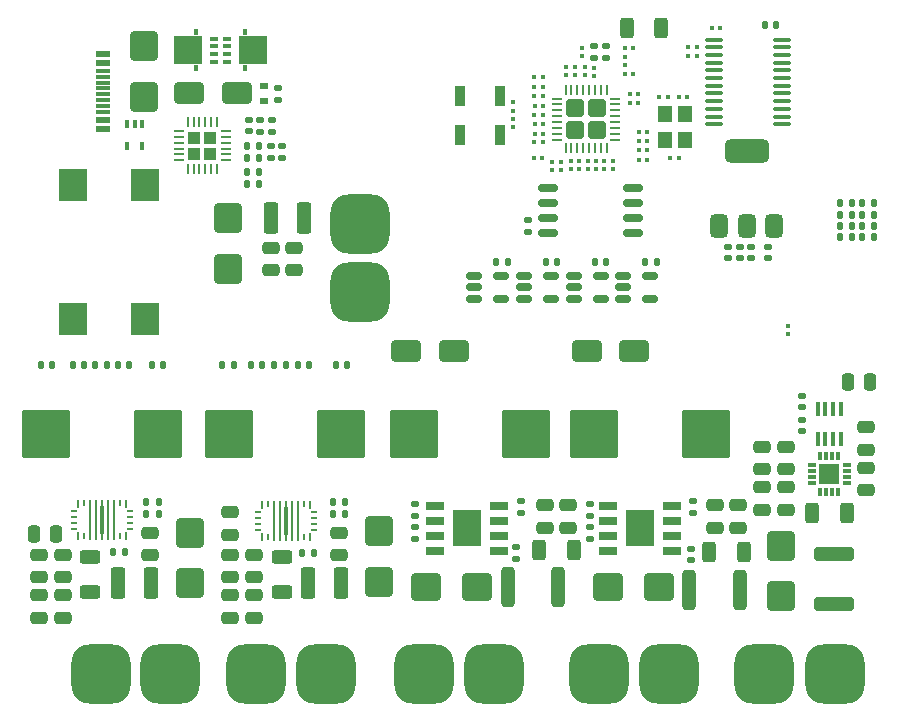
<source format=gbr>
%TF.GenerationSoftware,KiCad,Pcbnew,9.0.0*%
%TF.CreationDate,2025-08-15T19:16:38+03:00*%
%TF.ProjectId,USB-PD-Voltage-supply,5553422d-5044-42d5-966f-6c746167652d,rev?*%
%TF.SameCoordinates,Original*%
%TF.FileFunction,Paste,Top*%
%TF.FilePolarity,Positive*%
%FSLAX46Y46*%
G04 Gerber Fmt 4.6, Leading zero omitted, Abs format (unit mm)*
G04 Created by KiCad (PCBNEW 9.0.0) date 2025-08-15 19:16:38*
%MOMM*%
%LPD*%
G01*
G04 APERTURE LIST*
G04 Aperture macros list*
%AMRoundRect*
0 Rectangle with rounded corners*
0 $1 Rounding radius*
0 $2 $3 $4 $5 $6 $7 $8 $9 X,Y pos of 4 corners*
0 Add a 4 corners polygon primitive as box body*
4,1,4,$2,$3,$4,$5,$6,$7,$8,$9,$2,$3,0*
0 Add four circle primitives for the rounded corners*
1,1,$1+$1,$2,$3*
1,1,$1+$1,$4,$5*
1,1,$1+$1,$6,$7*
1,1,$1+$1,$8,$9*
0 Add four rect primitives between the rounded corners*
20,1,$1+$1,$2,$3,$4,$5,0*
20,1,$1+$1,$4,$5,$6,$7,0*
20,1,$1+$1,$6,$7,$8,$9,0*
20,1,$1+$1,$8,$9,$2,$3,0*%
G04 Aperture macros list end*
%ADD10RoundRect,0.250000X-0.900000X1.000000X-0.900000X-1.000000X0.900000X-1.000000X0.900000X1.000000X0*%
%ADD11RoundRect,0.079500X-0.079500X-0.100500X0.079500X-0.100500X0.079500X0.100500X-0.079500X0.100500X0*%
%ADD12RoundRect,0.140000X-0.140000X-0.170000X0.140000X-0.170000X0.140000X0.170000X-0.140000X0.170000X0*%
%ADD13R,0.750000X0.400000*%
%ADD14R,2.400000X2.450000*%
%ADD15R,0.400000X0.530000*%
%ADD16RoundRect,0.079500X0.079500X0.100500X-0.079500X0.100500X-0.079500X-0.100500X0.079500X-0.100500X0*%
%ADD17C,0.600000*%
%ADD18RoundRect,1.500000X-1.000000X-1.000000X1.000000X-1.000000X1.000000X1.000000X-1.000000X1.000000X0*%
%ADD19RoundRect,0.135000X0.185000X-0.135000X0.185000X0.135000X-0.185000X0.135000X-0.185000X-0.135000X0*%
%ADD20RoundRect,0.140000X0.140000X0.170000X-0.140000X0.170000X-0.140000X-0.170000X0.140000X-0.170000X0*%
%ADD21R,0.800000X0.300000*%
%ADD22R,0.300000X0.800000*%
%ADD23R,1.750000X1.750000*%
%ADD24RoundRect,0.150000X-0.512500X-0.150000X0.512500X-0.150000X0.512500X0.150000X-0.512500X0.150000X0*%
%ADD25RoundRect,0.135000X-0.185000X0.135000X-0.185000X-0.135000X0.185000X-0.135000X0.185000X0.135000X0*%
%ADD26RoundRect,0.250000X1.000000X0.650000X-1.000000X0.650000X-1.000000X-0.650000X1.000000X-0.650000X0*%
%ADD27RoundRect,0.135000X0.135000X0.185000X-0.135000X0.185000X-0.135000X-0.185000X0.135000X-0.185000X0*%
%ADD28RoundRect,0.079500X-0.100500X0.079500X-0.100500X-0.079500X0.100500X-0.079500X0.100500X0.079500X0*%
%ADD29RoundRect,0.147500X0.147500X0.172500X-0.147500X0.172500X-0.147500X-0.172500X0.147500X-0.172500X0*%
%ADD30R,0.900000X1.700000*%
%ADD31R,1.240000X0.600000*%
%ADD32R,1.240000X0.300000*%
%ADD33RoundRect,0.250000X-0.475000X0.250000X-0.475000X-0.250000X0.475000X-0.250000X0.475000X0.250000X0*%
%ADD34RoundRect,0.140000X-0.170000X0.140000X-0.170000X-0.140000X0.170000X-0.140000X0.170000X0.140000X0*%
%ADD35RoundRect,0.135000X-0.135000X-0.185000X0.135000X-0.185000X0.135000X0.185000X-0.135000X0.185000X0*%
%ADD36RoundRect,0.250000X0.475000X-0.250000X0.475000X0.250000X-0.475000X0.250000X-0.475000X-0.250000X0*%
%ADD37RoundRect,0.250000X0.900000X-1.000000X0.900000X1.000000X-0.900000X1.000000X-0.900000X-1.000000X0*%
%ADD38RoundRect,0.250002X1.799998X1.799998X-1.799998X1.799998X-1.799998X-1.799998X1.799998X-1.799998X0*%
%ADD39RoundRect,0.250000X-0.375000X-1.075000X0.375000X-1.075000X0.375000X1.075000X-0.375000X1.075000X0*%
%ADD40RoundRect,0.250000X-0.625000X0.312500X-0.625000X-0.312500X0.625000X-0.312500X0.625000X0.312500X0*%
%ADD41RoundRect,0.079500X0.100500X-0.079500X0.100500X0.079500X-0.100500X0.079500X-0.100500X-0.079500X0*%
%ADD42R,1.525000X0.650000*%
%ADD43R,2.400000X3.100000*%
%ADD44RoundRect,0.100000X-0.100000X0.225000X-0.100000X-0.225000X0.100000X-0.225000X0.100000X0.225000X0*%
%ADD45RoundRect,0.375000X0.375000X-0.625000X0.375000X0.625000X-0.375000X0.625000X-0.375000X-0.625000X0*%
%ADD46RoundRect,0.500000X1.400000X-0.500000X1.400000X0.500000X-1.400000X0.500000X-1.400000X-0.500000X0*%
%ADD47RoundRect,1.500000X1.000000X-1.000000X1.000000X1.000000X-1.000000X1.000000X-1.000000X-1.000000X0*%
%ADD48RoundRect,0.250000X-0.312500X-0.625000X0.312500X-0.625000X0.312500X0.625000X-0.312500X0.625000X0*%
%ADD49R,0.600000X0.250000*%
%ADD50R,0.250000X0.650000*%
%ADD51R,0.250000X0.600000*%
%ADD52R,0.250000X3.400000*%
%ADD53R,0.250000X0.525000*%
%ADD54R,0.330000X2.350000*%
%ADD55RoundRect,0.250000X-1.000000X-0.900000X1.000000X-0.900000X1.000000X0.900000X-1.000000X0.900000X0*%
%ADD56RoundRect,0.100000X-0.637500X-0.100000X0.637500X-0.100000X0.637500X0.100000X-0.637500X0.100000X0*%
%ADD57RoundRect,0.250000X-0.295000X-0.295000X0.295000X-0.295000X0.295000X0.295000X-0.295000X0.295000X0*%
%ADD58RoundRect,0.062500X-0.350000X-0.062500X0.350000X-0.062500X0.350000X0.062500X-0.350000X0.062500X0*%
%ADD59RoundRect,0.062500X-0.062500X-0.350000X0.062500X-0.350000X0.062500X0.350000X-0.062500X0.350000X0*%
%ADD60R,0.800000X0.550000*%
%ADD61RoundRect,0.250000X-0.250000X-0.475000X0.250000X-0.475000X0.250000X0.475000X-0.250000X0.475000X0*%
%ADD62RoundRect,0.250000X-1.450000X0.312500X-1.450000X-0.312500X1.450000X-0.312500X1.450000X0.312500X0*%
%ADD63RoundRect,0.250002X-1.799998X-1.799998X1.799998X-1.799998X1.799998X1.799998X-1.799998X1.799998X0*%
%ADD64RoundRect,0.140000X0.170000X-0.140000X0.170000X0.140000X-0.170000X0.140000X-0.170000X-0.140000X0*%
%ADD65RoundRect,0.162500X0.650000X0.162500X-0.650000X0.162500X-0.650000X-0.162500X0.650000X-0.162500X0*%
%ADD66RoundRect,0.250000X-1.000000X-0.650000X1.000000X-0.650000X1.000000X0.650000X-1.000000X0.650000X0*%
%ADD67RoundRect,0.250000X0.312500X1.450000X-0.312500X1.450000X-0.312500X-1.450000X0.312500X-1.450000X0*%
%ADD68RoundRect,0.250000X0.250000X0.475000X-0.250000X0.475000X-0.250000X-0.475000X0.250000X-0.475000X0*%
%ADD69RoundRect,0.147500X-0.172500X0.147500X-0.172500X-0.147500X0.172500X-0.147500X0.172500X0.147500X0*%
%ADD70RoundRect,0.250000X0.312500X0.625000X-0.312500X0.625000X-0.312500X-0.625000X0.312500X-0.625000X0*%
%ADD71R,0.450000X1.200000*%
%ADD72RoundRect,0.250000X-0.495000X0.495000X-0.495000X-0.495000X0.495000X-0.495000X0.495000X0.495000X0*%
%ADD73RoundRect,0.062500X-0.062500X0.337500X-0.062500X-0.337500X0.062500X-0.337500X0.062500X0.337500X0*%
%ADD74RoundRect,0.062500X-0.337500X0.062500X-0.337500X-0.062500X0.337500X-0.062500X0.337500X0.062500X0*%
%ADD75R,1.200000X1.400000*%
%ADD76R,2.400000X2.800000*%
G04 APERTURE END LIST*
D10*
%TO.C,D13*%
X134400000Y-111950000D03*
X134400000Y-116250000D03*
%TD*%
D11*
%TO.C,R28*%
X176575000Y-70800000D03*
X177265000Y-70800000D03*
%TD*%
D10*
%TO.C,D14*%
X150400000Y-111850000D03*
X150400000Y-116150000D03*
%TD*%
D12*
%TO.C,C52*%
X137120000Y-97800000D03*
X138080000Y-97800000D03*
%TD*%
D13*
%TO.C,Q1*%
X136425000Y-72075000D03*
X136425000Y-71425000D03*
X136425000Y-70775000D03*
X136425000Y-70125000D03*
D14*
X134200000Y-71100000D03*
D15*
X134900000Y-72590000D03*
X134900000Y-69610000D03*
%TD*%
D16*
%TO.C,C14*%
X164265000Y-75800000D03*
X163575000Y-75800000D03*
%TD*%
D11*
%TO.C,R9*%
X163535000Y-74200000D03*
X164225000Y-74200000D03*
%TD*%
D17*
%TO.C,TP25*%
X173200000Y-123150000D03*
X173200000Y-123800000D03*
X173200000Y-124450000D03*
X173350000Y-125200000D03*
X173550000Y-122500000D03*
X173950000Y-125700000D03*
X174200000Y-122000000D03*
D18*
X174950000Y-123900000D03*
D17*
X174950000Y-125850000D03*
X175000000Y-121850000D03*
X175750000Y-122000000D03*
X176100000Y-125650000D03*
X176350000Y-122500000D03*
X176500000Y-125100000D03*
X176700000Y-123150000D03*
X176700000Y-123800000D03*
X176700000Y-124450000D03*
%TD*%
D19*
%TO.C,R53*%
X153400000Y-110510000D03*
X153400000Y-109490000D03*
%TD*%
D20*
%TO.C,C27*%
X161280000Y-89000000D03*
X160320000Y-89000000D03*
%TD*%
D17*
%TO.C,TP18*%
X125050000Y-123200000D03*
X125050000Y-123850000D03*
X125050000Y-124500000D03*
X125200000Y-125250000D03*
X125400000Y-122550000D03*
X125800000Y-125750000D03*
X126050000Y-122050000D03*
D18*
X126800000Y-123950000D03*
D17*
X126800000Y-125900000D03*
X126850000Y-121900000D03*
X127600000Y-122050000D03*
X127950000Y-125700000D03*
X128200000Y-122550000D03*
X128350000Y-125150000D03*
X128550000Y-123200000D03*
X128550000Y-123850000D03*
X128550000Y-124500000D03*
%TD*%
D21*
%TO.C,DA1*%
X190000000Y-107750000D03*
X190000000Y-107250000D03*
X190000000Y-106750000D03*
X190000000Y-106250000D03*
D22*
X189250000Y-105500000D03*
X188750000Y-105500000D03*
X188250000Y-105500000D03*
X187750000Y-105500000D03*
D21*
X187000000Y-106250000D03*
X187000000Y-106750000D03*
X187000000Y-107250000D03*
X187000000Y-107750000D03*
D22*
X187750000Y-108500000D03*
X188250000Y-108500000D03*
X188750000Y-108500000D03*
X189250000Y-108500000D03*
D23*
X188500000Y-107000000D03*
%TD*%
D24*
%TO.C,U7*%
X162662500Y-90250000D03*
X162662500Y-91200000D03*
X162662500Y-92150000D03*
X164937500Y-92150000D03*
X164937500Y-90250000D03*
%TD*%
D25*
%TO.C,R33*%
X140325000Y-76990000D03*
X140325000Y-78010000D03*
%TD*%
D26*
%TO.C,D8*%
X138325000Y-74750000D03*
X134325000Y-74750000D03*
%TD*%
D16*
%TO.C,R35*%
X164225000Y-78900000D03*
X163535000Y-78900000D03*
%TD*%
D27*
%TO.C,R46*%
X128910000Y-113600000D03*
X127890000Y-113600000D03*
%TD*%
D28*
%TO.C,R24*%
X168750000Y-80455000D03*
X168750000Y-81145000D03*
%TD*%
D10*
%TO.C,D1*%
X130500000Y-70750000D03*
X130500000Y-75050000D03*
%TD*%
D29*
%TO.C,D5*%
X192245000Y-85975000D03*
X191275000Y-85975000D03*
%TD*%
D11*
%TO.C,R14*%
X163495000Y-80200000D03*
X164185000Y-80200000D03*
%TD*%
D28*
%TO.C,C15*%
X165000000Y-80575000D03*
X165000000Y-81265000D03*
%TD*%
D30*
%TO.C,SW2*%
X157200000Y-78250000D03*
X160600000Y-78250000D03*
%TD*%
D29*
%TO.C,D7*%
X192245000Y-84075000D03*
X191275000Y-84075000D03*
%TD*%
D31*
%TO.C,J4*%
X127025000Y-71400000D03*
X127025000Y-72200000D03*
D32*
X127025000Y-73350000D03*
X127025000Y-74350000D03*
X127025000Y-74850000D03*
X127025000Y-75850000D03*
D31*
X127025000Y-77000000D03*
X127025000Y-77800000D03*
X127025000Y-77800000D03*
X127025000Y-77000000D03*
D32*
X127025000Y-76350000D03*
X127025000Y-75350000D03*
X127025000Y-73850000D03*
X127025000Y-72850000D03*
D31*
X127025000Y-72200000D03*
X127025000Y-71400000D03*
%TD*%
D33*
%TO.C,C59*%
X182800000Y-108100000D03*
X182800000Y-110000000D03*
%TD*%
D25*
%TO.C,R32*%
X141325000Y-76990000D03*
X141325000Y-78010000D03*
%TD*%
D16*
%TO.C,R5*%
X173065000Y-78800000D03*
X172375000Y-78800000D03*
%TD*%
D34*
%TO.C,C7*%
X183300000Y-87734123D03*
X183300000Y-88694123D03*
%TD*%
D24*
%TO.C,U9*%
X166862500Y-90250000D03*
X166862500Y-91200000D03*
X166862500Y-92150000D03*
X169137500Y-92150000D03*
X169137500Y-90250000D03*
%TD*%
D17*
%TO.C,TP20*%
X138250000Y-123150000D03*
X138250000Y-123800000D03*
X138250000Y-124450000D03*
X138400000Y-125200000D03*
X138600000Y-122500000D03*
X139000000Y-125700000D03*
X139250000Y-122000000D03*
D18*
X140000000Y-123900000D03*
D17*
X140000000Y-125850000D03*
X140050000Y-121850000D03*
X140800000Y-122000000D03*
X141150000Y-125650000D03*
X141400000Y-122500000D03*
X141550000Y-125100000D03*
X141750000Y-123150000D03*
X141750000Y-123800000D03*
X141750000Y-124450000D03*
%TD*%
D35*
%TO.C,R42*%
X130690000Y-109400000D03*
X131710000Y-109400000D03*
%TD*%
D36*
%TO.C,C75*%
X178800000Y-111550000D03*
X178800000Y-109650000D03*
%TD*%
D37*
%TO.C,D2*%
X137600000Y-89650000D03*
X137600000Y-85350000D03*
%TD*%
D36*
%TO.C,C65*%
X182800000Y-106600000D03*
X182800000Y-104700000D03*
%TD*%
%TO.C,C78*%
X131000000Y-113850000D03*
X131000000Y-111950000D03*
%TD*%
D38*
%TO.C,L5*%
X147200000Y-103600000D03*
X137700000Y-103600000D03*
%TD*%
D39*
%TO.C,F1*%
X141217446Y-85353152D03*
X144017446Y-85353152D03*
%TD*%
D16*
%TO.C,L2*%
X174815000Y-75100000D03*
X174125000Y-75100000D03*
%TD*%
D40*
%TO.C,R50*%
X125900000Y-114037500D03*
X125900000Y-116962500D03*
%TD*%
D36*
%TO.C,C79*%
X147000000Y-113850000D03*
X147000000Y-111950000D03*
%TD*%
D20*
%TO.C,C44*%
X147680000Y-97800000D03*
X146720000Y-97800000D03*
%TD*%
D19*
%TO.C,R55*%
X168200000Y-110510000D03*
X168200000Y-109490000D03*
%TD*%
D29*
%TO.C,D4*%
X192245000Y-86925000D03*
X191275000Y-86925000D03*
%TD*%
D24*
%TO.C,U6*%
X158462500Y-90250000D03*
X158462500Y-91200000D03*
X158462500Y-92150000D03*
X160737500Y-92150000D03*
X160737500Y-90250000D03*
%TD*%
D19*
%TO.C,R39*%
X141800000Y-75310000D03*
X141800000Y-74290000D03*
%TD*%
D17*
%TO.C,TP17*%
X130900000Y-123150000D03*
X130900000Y-123800000D03*
X130900000Y-124450000D03*
X131050000Y-125200000D03*
X131250000Y-122500000D03*
X131650000Y-125700000D03*
X131900000Y-122000000D03*
D18*
X132650000Y-123900000D03*
D17*
X132650000Y-125850000D03*
X132700000Y-121850000D03*
X133450000Y-122000000D03*
X133800000Y-125650000D03*
X134050000Y-122500000D03*
X134200000Y-125100000D03*
X134400000Y-123150000D03*
X134400000Y-123800000D03*
X134400000Y-124450000D03*
%TD*%
D16*
%TO.C,R4*%
X173065000Y-79600000D03*
X172375000Y-79600000D03*
%TD*%
D27*
%TO.C,R48*%
X127310000Y-97800000D03*
X126290000Y-97800000D03*
%TD*%
D36*
%TO.C,C49*%
X191600000Y-104950000D03*
X191600000Y-103050000D03*
%TD*%
D17*
%TO.C,TP23*%
X158400000Y-123150000D03*
X158400000Y-123800000D03*
X158400000Y-124450000D03*
X158550000Y-125200000D03*
X158750000Y-122500000D03*
X159150000Y-125700000D03*
X159400000Y-122000000D03*
D18*
X160150000Y-123900000D03*
D17*
X160150000Y-125850000D03*
X160200000Y-121850000D03*
X160950000Y-122000000D03*
X161300000Y-125650000D03*
X161550000Y-122500000D03*
X161700000Y-125100000D03*
X161900000Y-123150000D03*
X161900000Y-123800000D03*
X161900000Y-124450000D03*
%TD*%
D36*
%TO.C,C68*%
X139800000Y-115750000D03*
X139800000Y-113850000D03*
%TD*%
D33*
%TO.C,C72*%
X184800000Y-108100000D03*
X184800000Y-110000000D03*
%TD*%
D28*
%TO.C,R26*%
X170150000Y-80475000D03*
X170150000Y-81165000D03*
%TD*%
D41*
%TO.C,R31*%
X161700000Y-77645000D03*
X161700000Y-76955000D03*
%TD*%
D13*
%TO.C,Q2*%
X137487090Y-70124304D03*
X137487090Y-70774304D03*
X137487090Y-71424304D03*
X137487090Y-72074304D03*
D14*
X139712090Y-71099304D03*
D15*
X139012090Y-69609304D03*
X139012090Y-72589304D03*
%TD*%
D11*
%TO.C,C18*%
X171200000Y-70900000D03*
X171890000Y-70900000D03*
%TD*%
D36*
%TO.C,C53*%
X123600000Y-115750000D03*
X123600000Y-113850000D03*
%TD*%
%TO.C,C71*%
X180800000Y-111550000D03*
X180800000Y-109650000D03*
%TD*%
D28*
%TO.C,R7*%
X167000000Y-72535000D03*
X167000000Y-73225000D03*
%TD*%
D20*
%TO.C,C31*%
X169600000Y-89000000D03*
X168640000Y-89000000D03*
%TD*%
D39*
%TO.C,F2*%
X128300000Y-116200000D03*
X131100000Y-116200000D03*
%TD*%
D11*
%TO.C,R2*%
X172375000Y-78000000D03*
X173065000Y-78000000D03*
%TD*%
D28*
%TO.C,C17*%
X165800000Y-80535000D03*
X165800000Y-81225000D03*
%TD*%
%TO.C,R22*%
X167350000Y-80455000D03*
X167350000Y-81145000D03*
%TD*%
D29*
%TO.C,D6*%
X192245000Y-85025000D03*
X191275000Y-85025000D03*
%TD*%
D42*
%TO.C,U12*%
X160512000Y-113505000D03*
X160512000Y-112235000D03*
X160512000Y-110965000D03*
X160512000Y-109695000D03*
X155088000Y-109695000D03*
X155088000Y-110965000D03*
X155088000Y-112235000D03*
X155088000Y-113505000D03*
D43*
X157800000Y-111600000D03*
%TD*%
D36*
%TO.C,C42*%
X137800000Y-112150000D03*
X137800000Y-110250000D03*
%TD*%
D44*
%TO.C,D3*%
X130350000Y-77350000D03*
X129700000Y-77350000D03*
X129050000Y-77350000D03*
X129050000Y-79250000D03*
X130350000Y-79250000D03*
%TD*%
D45*
%TO.C,U1*%
X179200000Y-85975000D03*
X181500000Y-85975000D03*
D46*
X181500000Y-79675000D03*
D45*
X183800000Y-85975000D03*
%TD*%
D17*
%TO.C,TP16*%
X148000000Y-93350000D03*
X148650000Y-93350000D03*
X149300000Y-93350000D03*
X150050000Y-93200000D03*
X147350000Y-93000000D03*
X150550000Y-92600000D03*
X146850000Y-92350000D03*
D47*
X148750000Y-91600000D03*
D17*
X150700000Y-91600000D03*
X146700000Y-91550000D03*
X146850000Y-90800000D03*
X150500000Y-90450000D03*
X147350000Y-90200000D03*
X149950000Y-90050000D03*
X148000000Y-89850000D03*
X148650000Y-89850000D03*
X149300000Y-89850000D03*
%TD*%
D33*
%TO.C,C77*%
X141200000Y-87850000D03*
X141200000Y-89750000D03*
%TD*%
D48*
%TO.C,R58*%
X178337500Y-113600000D03*
X181262500Y-113600000D03*
%TD*%
D27*
%TO.C,R36*%
X140220000Y-79200000D03*
X139200000Y-79200000D03*
%TD*%
D25*
%TO.C,R38*%
X141200000Y-79200000D03*
X141200000Y-80220000D03*
%TD*%
D28*
%TO.C,R25*%
X169450000Y-80455000D03*
X169450000Y-81145000D03*
%TD*%
D49*
%TO.C,U10*%
X129325000Y-111615000D03*
X129325000Y-111115000D03*
X129325000Y-110615000D03*
X129325000Y-110115000D03*
D50*
X128965000Y-109490000D03*
D51*
X128465000Y-109465000D03*
D52*
X127965000Y-110865000D03*
X127465000Y-110865000D03*
D53*
X126925000Y-109427000D03*
D52*
X126385000Y-110865000D03*
X125885000Y-110865000D03*
D51*
X125385000Y-109465000D03*
D50*
X124885000Y-109490000D03*
D49*
X124525000Y-110115000D03*
X124525000Y-110615000D03*
X124525000Y-111115000D03*
X124525000Y-111615000D03*
D50*
X124885000Y-112240000D03*
D51*
X125385000Y-112265000D03*
X128465000Y-112265000D03*
D50*
X128965000Y-112240000D03*
D54*
X126925000Y-110865000D03*
D53*
X126925000Y-112303000D03*
%TD*%
D55*
%TO.C,D16*%
X154350000Y-116600000D03*
X158650000Y-116600000D03*
%TD*%
D11*
%TO.C,R29*%
X176575000Y-71600000D03*
X177265000Y-71600000D03*
%TD*%
D56*
%TO.C,U4*%
X178737500Y-70225000D03*
X178737500Y-70875000D03*
X178737500Y-71525000D03*
X178737500Y-72175000D03*
X178737500Y-72825000D03*
X178737500Y-73475000D03*
X178737500Y-74125000D03*
X178737500Y-74775000D03*
X178737500Y-75425000D03*
X178737500Y-76075000D03*
X178737500Y-76725000D03*
X178737500Y-77375000D03*
X184462500Y-77375000D03*
X184462500Y-76725000D03*
X184462500Y-76075000D03*
X184462500Y-75425000D03*
X184462500Y-74775000D03*
X184462500Y-74125000D03*
X184462500Y-73475000D03*
X184462500Y-72825000D03*
X184462500Y-72175000D03*
X184462500Y-71525000D03*
X184462500Y-70875000D03*
X184462500Y-70225000D03*
%TD*%
D25*
%TO.C,R45*%
X177000000Y-109290000D03*
X177000000Y-110310000D03*
%TD*%
D49*
%TO.C,U11*%
X144900000Y-111700000D03*
X144900000Y-111200000D03*
X144900000Y-110700000D03*
X144900000Y-110200000D03*
D50*
X144540000Y-109575000D03*
D51*
X144040000Y-109550000D03*
D52*
X143540000Y-110950000D03*
X143040000Y-110950000D03*
D53*
X142500000Y-109512000D03*
D52*
X141960000Y-110950000D03*
X141460000Y-110950000D03*
D51*
X140960000Y-109550000D03*
D50*
X140460000Y-109575000D03*
D49*
X140100000Y-110200000D03*
X140100000Y-110700000D03*
X140100000Y-111200000D03*
X140100000Y-111700000D03*
D50*
X140460000Y-112325000D03*
D51*
X140960000Y-112350000D03*
X144040000Y-112350000D03*
D50*
X144540000Y-112325000D03*
D54*
X142500000Y-110950000D03*
D53*
X142500000Y-112388000D03*
%TD*%
D34*
%TO.C,C12*%
X181900000Y-87734123D03*
X181900000Y-88694123D03*
%TD*%
D57*
%TO.C,U3*%
X134750000Y-78512500D03*
X134750000Y-79862500D03*
X136100000Y-78512500D03*
X136100000Y-79862500D03*
D58*
X133462500Y-77937500D03*
X133462500Y-78437500D03*
X133462500Y-78937500D03*
X133462500Y-79437500D03*
X133462500Y-79937500D03*
X133462500Y-80437500D03*
D59*
X134175000Y-81150000D03*
X134675000Y-81150000D03*
X135175000Y-81150000D03*
X135675000Y-81150000D03*
X136175000Y-81150000D03*
X136675000Y-81150000D03*
D58*
X137387500Y-80437500D03*
X137387500Y-79937500D03*
X137387500Y-79437500D03*
X137387500Y-78937500D03*
X137387500Y-78437500D03*
X137387500Y-77937500D03*
D59*
X136675000Y-77225000D03*
X136175000Y-77225000D03*
X135675000Y-77225000D03*
X135175000Y-77225000D03*
X134675000Y-77225000D03*
X134175000Y-77225000D03*
%TD*%
D25*
%TO.C,R44*%
X162400000Y-109290000D03*
X162400000Y-110310000D03*
%TD*%
D60*
%TO.C,D9*%
X140600000Y-74162500D03*
X140600000Y-75412500D03*
%TD*%
D61*
%TO.C,C3*%
X190050000Y-99200000D03*
X191950000Y-99200000D03*
%TD*%
D11*
%TO.C,R27*%
X178575000Y-69200000D03*
X179265000Y-69200000D03*
%TD*%
D36*
%TO.C,C66*%
X121600000Y-115750000D03*
X121600000Y-113850000D03*
%TD*%
D27*
%TO.C,R19*%
X190387500Y-85025000D03*
X189367500Y-85025000D03*
%TD*%
D36*
%TO.C,C74*%
X164400000Y-111550000D03*
X164400000Y-109650000D03*
%TD*%
D27*
%TO.C,R20*%
X190387500Y-84075000D03*
X189367500Y-84075000D03*
%TD*%
D34*
%TO.C,C10*%
X180900000Y-87734123D03*
X180900000Y-88694123D03*
%TD*%
D35*
%TO.C,R37*%
X139200000Y-80200000D03*
X140220000Y-80200000D03*
%TD*%
D62*
%TO.C,F4*%
X188900000Y-113762500D03*
X188900000Y-118037500D03*
%TD*%
D41*
%TO.C,L3*%
X171200000Y-72345000D03*
X171200000Y-71655000D03*
%TD*%
D33*
%TO.C,C73*%
X143200000Y-87850000D03*
X143200000Y-89750000D03*
%TD*%
D41*
%TO.C,R34*%
X166200000Y-73225000D03*
X166200000Y-72535000D03*
%TD*%
D63*
%TO.C,L7*%
X168550000Y-103600000D03*
X178050000Y-103600000D03*
%TD*%
D33*
%TO.C,C58*%
X139800000Y-117250000D03*
X139800000Y-119150000D03*
%TD*%
D19*
%TO.C,R52*%
X153400000Y-112510000D03*
X153400000Y-111490000D03*
%TD*%
D11*
%TO.C,R8*%
X163535000Y-73400000D03*
X164225000Y-73400000D03*
%TD*%
D34*
%TO.C,C56*%
X176800000Y-113320000D03*
X176800000Y-114280000D03*
%TD*%
D64*
%TO.C,C36*%
X186200000Y-101360000D03*
X186200000Y-100400000D03*
%TD*%
D65*
%TO.C,U5*%
X171862500Y-86555000D03*
X171862500Y-85285000D03*
X171862500Y-84015000D03*
X171862500Y-82745000D03*
X164687500Y-82745000D03*
X164687500Y-84015000D03*
X164687500Y-85285000D03*
X164687500Y-86555000D03*
%TD*%
D42*
%TO.C,U13*%
X175200000Y-113505000D03*
X175200000Y-112235000D03*
X175200000Y-110965000D03*
X175200000Y-109695000D03*
X169776000Y-109695000D03*
X169776000Y-110965000D03*
X169776000Y-112235000D03*
X169776000Y-113505000D03*
D43*
X172488000Y-111600000D03*
%TD*%
D34*
%TO.C,C11*%
X179900000Y-87734123D03*
X179900000Y-88694123D03*
%TD*%
D66*
%TO.C,D11*%
X168000000Y-96600000D03*
X172000000Y-96600000D03*
%TD*%
D35*
%TO.C,R41*%
X146490000Y-110400000D03*
X147510000Y-110400000D03*
%TD*%
D20*
%TO.C,C67*%
X125400000Y-97800000D03*
X124440000Y-97800000D03*
%TD*%
D66*
%TO.C,D10*%
X152700000Y-96600000D03*
X156700000Y-96600000D03*
%TD*%
D17*
%TO.C,TP22*%
X181250000Y-123200000D03*
X181250000Y-123850000D03*
X181250000Y-124500000D03*
X181400000Y-125250000D03*
X181600000Y-122550000D03*
X182000000Y-125750000D03*
X182250000Y-122050000D03*
D18*
X183000000Y-123950000D03*
D17*
X183000000Y-125900000D03*
X183050000Y-121900000D03*
X183800000Y-122050000D03*
X184150000Y-125700000D03*
X184400000Y-122550000D03*
X184550000Y-125150000D03*
X184750000Y-123200000D03*
X184750000Y-123850000D03*
X184750000Y-124500000D03*
%TD*%
D36*
%TO.C,C76*%
X184800000Y-106600000D03*
X184800000Y-104700000D03*
%TD*%
D34*
%TO.C,C29*%
X142200000Y-79240000D03*
X142200000Y-80200000D03*
%TD*%
D39*
%TO.C,F3*%
X144400000Y-116200000D03*
X147200000Y-116200000D03*
%TD*%
D20*
%TO.C,C43*%
X132080000Y-97800000D03*
X131120000Y-97800000D03*
%TD*%
D17*
%TO.C,TP15*%
X148050000Y-87600000D03*
X148700000Y-87600000D03*
X149350000Y-87600000D03*
X150100000Y-87450000D03*
X147400000Y-87250000D03*
X150600000Y-86850000D03*
X146900000Y-86600000D03*
D47*
X148800000Y-85850000D03*
D17*
X150750000Y-85850000D03*
X146750000Y-85800000D03*
X146900000Y-85050000D03*
X150550000Y-84700000D03*
X147400000Y-84450000D03*
X150000000Y-84300000D03*
X148050000Y-84100000D03*
X148700000Y-84100000D03*
X149350000Y-84100000D03*
%TD*%
D11*
%TO.C,R13*%
X163575000Y-78200000D03*
X164265000Y-78200000D03*
%TD*%
D34*
%TO.C,C55*%
X162000000Y-113200000D03*
X162000000Y-114160000D03*
%TD*%
D48*
%TO.C,R57*%
X163937500Y-113466430D03*
X166862500Y-113466430D03*
%TD*%
D67*
%TO.C,F6*%
X180937500Y-116800000D03*
X176662500Y-116800000D03*
%TD*%
D20*
%TO.C,C30*%
X173880000Y-89000000D03*
X172920000Y-89000000D03*
%TD*%
D33*
%TO.C,C62*%
X137800000Y-117250000D03*
X137800000Y-119150000D03*
%TD*%
D17*
%TO.C,TP24*%
X152450000Y-123150000D03*
X152450000Y-123800000D03*
X152450000Y-124450000D03*
X152600000Y-125200000D03*
X152800000Y-122500000D03*
X153200000Y-125700000D03*
X153450000Y-122000000D03*
D18*
X154200000Y-123900000D03*
D17*
X154200000Y-125850000D03*
X154250000Y-121850000D03*
X155000000Y-122000000D03*
X155350000Y-125650000D03*
X155600000Y-122500000D03*
X155750000Y-125100000D03*
X155950000Y-123150000D03*
X155950000Y-123800000D03*
X155950000Y-124450000D03*
%TD*%
%TO.C,TP21*%
X187200000Y-123150000D03*
X187200000Y-123800000D03*
X187200000Y-124450000D03*
X187350000Y-125200000D03*
X187550000Y-122500000D03*
X187950000Y-125700000D03*
X188200000Y-122000000D03*
D18*
X188950000Y-123900000D03*
D17*
X188950000Y-125850000D03*
X189000000Y-121850000D03*
X189750000Y-122000000D03*
X190100000Y-125650000D03*
X190350000Y-122500000D03*
X190500000Y-125100000D03*
X190700000Y-123150000D03*
X190700000Y-123800000D03*
X190700000Y-124450000D03*
%TD*%
D36*
%TO.C,C54*%
X137800000Y-115750000D03*
X137800000Y-113850000D03*
%TD*%
D11*
%TO.C,C9*%
X171655000Y-74800000D03*
X172345000Y-74800000D03*
%TD*%
D28*
%TO.C,R30*%
X161700000Y-75530000D03*
X161700000Y-76220000D03*
%TD*%
D27*
%TO.C,R49*%
X142510000Y-97800000D03*
X141490000Y-97800000D03*
%TD*%
D11*
%TO.C,C16*%
X171205000Y-73100000D03*
X171895000Y-73100000D03*
%TD*%
D27*
%TO.C,R47*%
X144910000Y-113700000D03*
X143890000Y-113700000D03*
%TD*%
D12*
%TO.C,C51*%
X121720000Y-97800000D03*
X122680000Y-97800000D03*
%TD*%
D28*
%TO.C,R23*%
X168050000Y-80455000D03*
X168050000Y-81145000D03*
%TD*%
D20*
%TO.C,C69*%
X140480000Y-97800000D03*
X139520000Y-97800000D03*
%TD*%
D35*
%TO.C,R16*%
X139180000Y-82400000D03*
X140200000Y-82400000D03*
%TD*%
D30*
%TO.C,SW1*%
X160600000Y-74950000D03*
X157200000Y-74950000D03*
%TD*%
D55*
%TO.C,D17*%
X169750000Y-116600000D03*
X174050000Y-116600000D03*
%TD*%
D64*
%TO.C,C60*%
X186200000Y-103360000D03*
X186200000Y-102400000D03*
%TD*%
D68*
%TO.C,C41*%
X123053911Y-112054919D03*
X121153911Y-112054919D03*
%TD*%
D24*
%TO.C,U8*%
X171062500Y-90250000D03*
X171062500Y-91200000D03*
X171062500Y-92150000D03*
X173337500Y-92150000D03*
X173337500Y-90250000D03*
%TD*%
D36*
%TO.C,C70*%
X166400000Y-111550000D03*
X166400000Y-109650000D03*
%TD*%
D33*
%TO.C,C50*%
X191600000Y-106450000D03*
X191600000Y-108350000D03*
%TD*%
D28*
%TO.C,R21*%
X166650000Y-80455000D03*
X166650000Y-81145000D03*
%TD*%
D40*
%TO.C,R51*%
X142200000Y-114037500D03*
X142200000Y-116962500D03*
%TD*%
D12*
%TO.C,C64*%
X143520000Y-97800000D03*
X144480000Y-97800000D03*
%TD*%
D69*
%TO.C,L1*%
X169600000Y-70790000D03*
X169600000Y-71760000D03*
%TD*%
D67*
%TO.C,F5*%
X165537500Y-116600000D03*
X161262500Y-116600000D03*
%TD*%
D27*
%TO.C,R17*%
X190397500Y-85975000D03*
X189377500Y-85975000D03*
%TD*%
D17*
%TO.C,TP26*%
X167250000Y-123150000D03*
X167250000Y-123800000D03*
X167250000Y-124450000D03*
X167400000Y-125200000D03*
X167600000Y-122500000D03*
X168000000Y-125700000D03*
X168250000Y-122000000D03*
D18*
X169000000Y-123900000D03*
D17*
X169000000Y-125850000D03*
X169050000Y-121850000D03*
X169800000Y-122000000D03*
X170150000Y-125650000D03*
X170400000Y-122500000D03*
X170550000Y-125100000D03*
X170750000Y-123150000D03*
X170750000Y-123800000D03*
X170750000Y-124450000D03*
%TD*%
D20*
%TO.C,C13*%
X184000000Y-69000000D03*
X183040000Y-69000000D03*
%TD*%
D11*
%TO.C,R11*%
X163575000Y-77400000D03*
X164265000Y-77400000D03*
%TD*%
D28*
%TO.C,R6*%
X167800000Y-72535000D03*
X167800000Y-73225000D03*
%TD*%
D17*
%TO.C,TP19*%
X144150000Y-123150000D03*
X144150000Y-123800000D03*
X144150000Y-124450000D03*
X144300000Y-125200000D03*
X144500000Y-122500000D03*
X144900000Y-125700000D03*
X145150000Y-122000000D03*
D18*
X145900000Y-123900000D03*
D17*
X145900000Y-125850000D03*
X145950000Y-121850000D03*
X146700000Y-122000000D03*
X147050000Y-125650000D03*
X147300000Y-122500000D03*
X147450000Y-125100000D03*
X147650000Y-123150000D03*
X147650000Y-123800000D03*
X147650000Y-124450000D03*
%TD*%
D63*
%TO.C,L6*%
X153300000Y-103600000D03*
X162800000Y-103600000D03*
%TD*%
D35*
%TO.C,R40*%
X130690000Y-110400000D03*
X131710000Y-110400000D03*
%TD*%
D64*
%TO.C,C26*%
X163000000Y-86480000D03*
X163000000Y-85520000D03*
%TD*%
D70*
%TO.C,AE1*%
X174262500Y-69200000D03*
X171337500Y-69200000D03*
%TD*%
D16*
%TO.C,C1*%
X175745000Y-80200000D03*
X175055000Y-80200000D03*
%TD*%
D71*
%TO.C,DD1*%
X187525000Y-104000000D03*
X188175000Y-104000000D03*
X188825000Y-104000000D03*
X189475000Y-104000000D03*
X189475000Y-101500000D03*
X188825000Y-101500000D03*
X188175000Y-101500000D03*
X187525000Y-101500000D03*
%TD*%
D34*
%TO.C,C25*%
X139350000Y-77015000D03*
X139350000Y-77975000D03*
%TD*%
D11*
%TO.C,R10*%
X163535000Y-76600000D03*
X164225000Y-76600000D03*
%TD*%
D34*
%TO.C,C2*%
X168600000Y-70795000D03*
X168600000Y-71755000D03*
%TD*%
D27*
%TO.C,R15*%
X190397500Y-86920000D03*
X189377500Y-86920000D03*
%TD*%
D12*
%TO.C,C63*%
X128240000Y-97800000D03*
X129200000Y-97800000D03*
%TD*%
D72*
%TO.C,U2*%
X168850000Y-76025000D03*
X167000000Y-76025000D03*
X168850000Y-77875000D03*
X167000000Y-77875000D03*
D73*
X169675000Y-74500000D03*
X169175000Y-74500000D03*
X168675000Y-74500000D03*
X168175000Y-74500000D03*
X167675000Y-74500000D03*
X167175000Y-74500000D03*
X166675000Y-74500000D03*
X166175000Y-74500000D03*
D74*
X165475000Y-75200000D03*
X165475000Y-75700000D03*
X165475000Y-76200000D03*
X165475000Y-76700000D03*
X165475000Y-77200000D03*
X165475000Y-77700000D03*
X165475000Y-78200000D03*
X165475000Y-78700000D03*
D73*
X166175000Y-79400000D03*
X166675000Y-79400000D03*
X167175000Y-79400000D03*
X167675000Y-79400000D03*
X168175000Y-79400000D03*
X168675000Y-79400000D03*
X169175000Y-79400000D03*
X169675000Y-79400000D03*
D74*
X170375000Y-78700000D03*
X170375000Y-78200000D03*
X170375000Y-77700000D03*
X170375000Y-77200000D03*
X170375000Y-76700000D03*
X170375000Y-76200000D03*
X170375000Y-75700000D03*
X170375000Y-75200000D03*
%TD*%
D75*
%TO.C,Y1*%
X176250000Y-78700000D03*
X176250000Y-76500000D03*
X174550000Y-76500000D03*
X174550000Y-78700000D03*
%TD*%
D35*
%TO.C,R43*%
X146490000Y-109400000D03*
X147510000Y-109400000D03*
%TD*%
D38*
%TO.C,L4*%
X131650000Y-103600000D03*
X122150000Y-103600000D03*
%TD*%
D37*
%TO.C,D15*%
X184400000Y-117350000D03*
X184400000Y-113050000D03*
%TD*%
D76*
%TO.C,J1*%
X124500000Y-93900000D03*
X130600000Y-93900000D03*
X124500000Y-82500000D03*
X130600000Y-82500000D03*
%TD*%
D41*
%TO.C,R3*%
X185000000Y-95145000D03*
X185000000Y-94455000D03*
%TD*%
D33*
%TO.C,C57*%
X121600000Y-117250000D03*
X121600000Y-119150000D03*
%TD*%
%TO.C,C61*%
X123600000Y-117250000D03*
X123600000Y-119150000D03*
%TD*%
D41*
%TO.C,C6*%
X168600000Y-73265000D03*
X168600000Y-72575000D03*
%TD*%
D28*
%TO.C,C4*%
X167600000Y-70935000D03*
X167600000Y-71625000D03*
%TD*%
D19*
%TO.C,R54*%
X168200000Y-112510000D03*
X168200000Y-111490000D03*
%TD*%
D11*
%TO.C,C5*%
X175805000Y-75100000D03*
X176495000Y-75100000D03*
%TD*%
D20*
%TO.C,C28*%
X165480000Y-89000000D03*
X164520000Y-89000000D03*
%TD*%
D11*
%TO.C,R12*%
X163535000Y-75000000D03*
X164225000Y-75000000D03*
%TD*%
%TO.C,R1*%
X172375000Y-80400000D03*
X173065000Y-80400000D03*
%TD*%
D35*
%TO.C,R18*%
X139200000Y-81400000D03*
X140220000Y-81400000D03*
%TD*%
D11*
%TO.C,C8*%
X171655000Y-75600000D03*
X172345000Y-75600000D03*
%TD*%
D48*
%TO.C,R56*%
X187037500Y-110300000D03*
X189962500Y-110300000D03*
%TD*%
M02*

</source>
